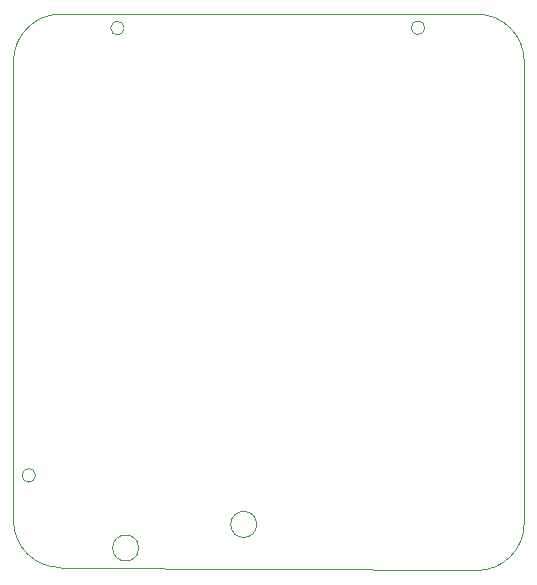
<source format=gm1>
G04 #@! TF.GenerationSoftware,KiCad,Pcbnew,(6.0.10)*
G04 #@! TF.CreationDate,2023-07-07T16:54:03+02:00*
G04 #@! TF.ProjectId,SprinklerBoardESP32V3,53707269-6e6b-46c6-9572-426f61726445,rev?*
G04 #@! TF.SameCoordinates,Original*
G04 #@! TF.FileFunction,Profile,NP*
%FSLAX46Y46*%
G04 Gerber Fmt 4.6, Leading zero omitted, Abs format (unit mm)*
G04 Created by KiCad (PCBNEW (6.0.10)) date 2023-07-07 16:54:03*
%MOMM*%
%LPD*%
G01*
G04 APERTURE LIST*
G04 #@! TA.AperFunction,Profile*
%ADD10C,0.100000*%
G04 #@! TD*
G04 #@! TA.AperFunction,Profile*
%ADD11C,0.120000*%
G04 #@! TD*
G04 APERTURE END LIST*
D10*
X110245942Y-130100022D02*
G75*
G03*
X114245942Y-126100016I118J3999882D01*
G01*
X114250000Y-87000000D02*
G75*
G03*
X110250000Y-83000000I-4000000J0D01*
G01*
X75000000Y-83000000D02*
X110250000Y-83000000D01*
X80376000Y-84176000D02*
G75*
G03*
X80376000Y-84176000I-576000J0D01*
G01*
X75000000Y-83000000D02*
G75*
G03*
X71000000Y-87000000I0J-4000000D01*
G01*
X72876000Y-122050000D02*
G75*
G03*
X72876000Y-122050000I-576000J0D01*
G01*
X70995984Y-125850016D02*
G75*
G03*
X74995942Y-129850016I4000016J16D01*
G01*
X114245942Y-126100016D02*
X114250000Y-87000000D01*
X110245942Y-130100016D02*
X74995942Y-129850016D01*
X105826000Y-84150000D02*
G75*
G03*
X105826000Y-84150000I-576000J0D01*
G01*
X71000000Y-87000000D02*
X70995942Y-125850016D01*
D11*
X91600000Y-126200000D02*
G75*
G03*
X91600000Y-126200000I-1100000J0D01*
G01*
X81600000Y-128200000D02*
G75*
G03*
X81600000Y-128200000I-1100000J0D01*
G01*
M02*

</source>
